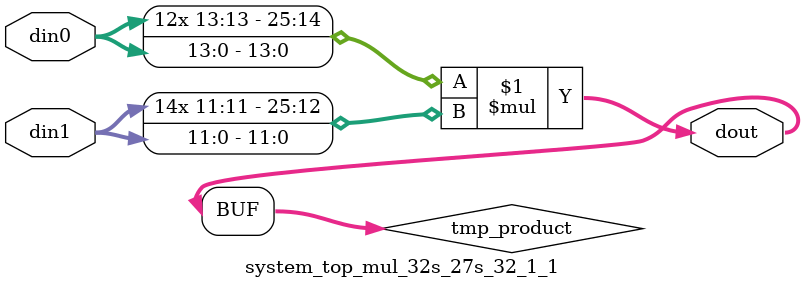
<source format=v>

`timescale 1 ns / 1 ps

 module system_top_mul_32s_27s_32_1_1(din0, din1, dout);
parameter ID = 1;
parameter NUM_STAGE = 0;
parameter din0_WIDTH = 14;
parameter din1_WIDTH = 12;
parameter dout_WIDTH = 26;

input [din0_WIDTH - 1 : 0] din0; 
input [din1_WIDTH - 1 : 0] din1; 
output [dout_WIDTH - 1 : 0] dout;

wire signed [dout_WIDTH - 1 : 0] tmp_product;



























assign tmp_product = $signed(din0) * $signed(din1);








assign dout = tmp_product;





















endmodule

</source>
